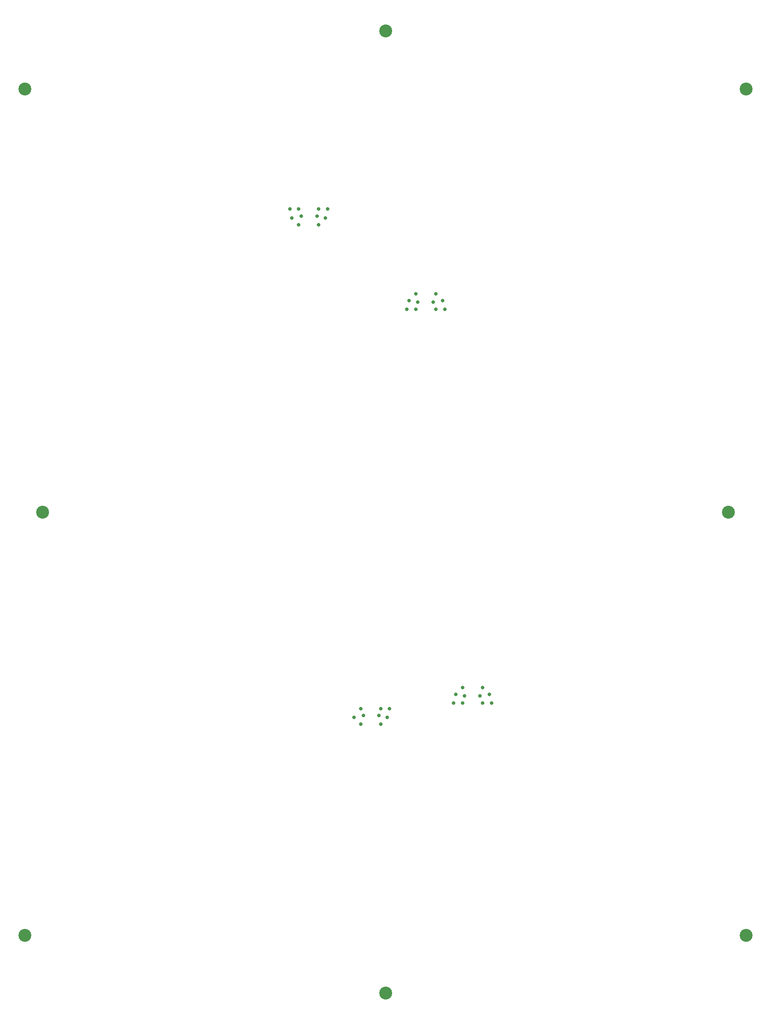
<source format=gbr>
%TF.GenerationSoftware,KiCad,Pcbnew,5.99.0-unknown-912657dd23~106~ubuntu20.04.1*%
%TF.CreationDate,2020-12-24T12:23:06-06:00*%
%TF.ProjectId,FlatAntPanel4x4,466c6174-416e-4745-9061-6e656c347834,rev?*%
%TF.SameCoordinates,Original*%
%TF.FileFunction,Copper,L3,Inr*%
%TF.FilePolarity,Positive*%
%FSLAX46Y46*%
G04 Gerber Fmt 4.6, Leading zero omitted, Abs format (unit mm)*
G04 Created by KiCad (PCBNEW 5.99.0-unknown-912657dd23~106~ubuntu20.04.1) date 2020-12-24 12:23:06*
%MOMM*%
%LPD*%
G01*
G04 APERTURE LIST*
%TA.AperFunction,ComponentPad*%
%ADD10C,2.900000*%
%TD*%
%TA.AperFunction,ViaPad*%
%ADD11C,0.800100*%
%TD*%
G04 APERTURE END LIST*
D10*
%TO.N,N/C*%
%TO.C,H10*%
X93000000Y-5000000D03*
%TD*%
%TO.N,N/C*%
%TO.C,H12*%
X170000000Y-113000000D03*
%TD*%
%TO.N,N/C*%
%TO.C,H4*%
X174000000Y-208000000D03*
%TD*%
%TO.N,N/C*%
%TO.C,H9*%
X93000000Y-221000000D03*
%TD*%
%TO.N,N/C*%
%TO.C,H2*%
X174000000Y-18000000D03*
%TD*%
%TO.N,N/C*%
%TO.C,H3*%
X12000000Y-208000000D03*
%TD*%
%TO.N,N/C*%
%TO.C,H1*%
X12000000Y-18000000D03*
%TD*%
%TO.N,N/C*%
%TO.C,H11*%
X16000000Y-113000000D03*
%TD*%
D11*
%TO.N,GND*%
X74100000Y-46600000D03*
X114800000Y-152400000D03*
X114800000Y-155900000D03*
X91914000Y-157100000D03*
X73500000Y-45000000D03*
X108800000Y-153900000D03*
X71500000Y-45000000D03*
X78000000Y-48500000D03*
X104300000Y-64000000D03*
X77600000Y-46600000D03*
X99800000Y-67500000D03*
X91514000Y-158700000D03*
X79500000Y-47000000D03*
X100200000Y-65900000D03*
X80000000Y-45000000D03*
X93914000Y-157100000D03*
X87414000Y-157100000D03*
X106300000Y-67500000D03*
X88014000Y-158700000D03*
X110300000Y-152400000D03*
X97800000Y-67500000D03*
X110700000Y-154300000D03*
X93414000Y-159100000D03*
X104300000Y-67500000D03*
X116800000Y-155900000D03*
X105800000Y-65500000D03*
X91914000Y-160600000D03*
X73500000Y-48500000D03*
X72000000Y-47000000D03*
X114200000Y-154300000D03*
X98300000Y-65500000D03*
X108300000Y-155900000D03*
X103700000Y-65900000D03*
X116300000Y-153900000D03*
X99800000Y-64000000D03*
X110300000Y-155900000D03*
X78000000Y-45000000D03*
X85914000Y-159100000D03*
X87414000Y-160600000D03*
%TD*%
M02*

</source>
